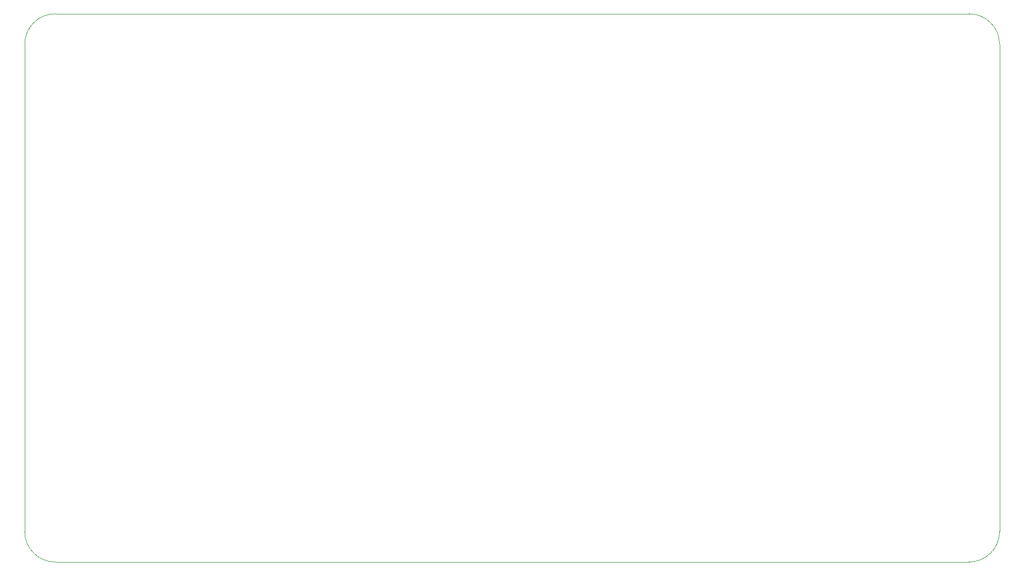
<source format=gbr>
%TF.GenerationSoftware,KiCad,Pcbnew,(6.0.10-0)*%
%TF.CreationDate,2023-01-04T14:52:54-08:00*%
%TF.ProjectId,rgbcct_module,72676263-6374-45f6-9d6f-64756c652e6b,1.0*%
%TF.SameCoordinates,Original*%
%TF.FileFunction,Profile,NP*%
%FSLAX46Y46*%
G04 Gerber Fmt 4.6, Leading zero omitted, Abs format (unit mm)*
G04 Created by KiCad (PCBNEW (6.0.10-0)) date 2023-01-04 14:52:54*
%MOMM*%
%LPD*%
G01*
G04 APERTURE LIST*
%TA.AperFunction,Profile*%
%ADD10C,0.100000*%
%TD*%
G04 APERTURE END LIST*
D10*
X69752390Y-130931816D02*
G75*
G03*
X74752390Y-135931816I5000000J0D01*
G01*
X224752390Y-135931816D02*
X74752390Y-135931816D01*
X229752390Y-50931816D02*
G75*
G03*
X224752390Y-45931816I-5000000J0D01*
G01*
X69752390Y-130931816D02*
X69752390Y-50931816D01*
X74752390Y-45931816D02*
G75*
G03*
X69752390Y-50931816I0J-5000000D01*
G01*
X224752390Y-135931816D02*
G75*
G03*
X229752390Y-130931816I0J5000000D01*
G01*
X74752390Y-45931816D02*
X224752390Y-45931816D01*
X229752390Y-50931816D02*
X229752390Y-130931816D01*
M02*

</source>
